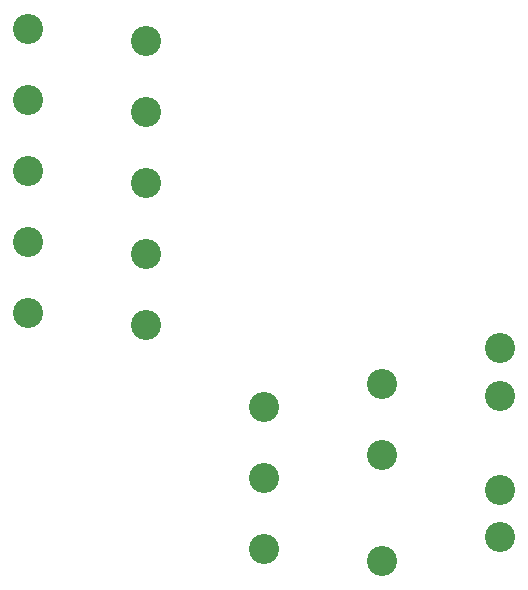
<source format=gbs>
G04 (created by PCBNEW (2013-mar-13)-testing) date Sun 30 Jun 2013 20:15:12 WST*
%MOIN*%
G04 Gerber Fmt 3.4, Leading zero omitted, Abs format*
%FSLAX34Y34*%
G01*
G70*
G90*
G04 APERTURE LIST*
%ADD10C,0.006000*%
%ADD11C,0.100394*%
G04 APERTURE END LIST*
G54D10*
G54D11*
X40157Y-40157D03*
X44094Y-40551D03*
X40157Y-44881D03*
X44094Y-45275D03*
X40157Y-49606D03*
X44094Y-50000D03*
X40157Y-42519D03*
X44094Y-42913D03*
X40157Y-47244D03*
X44094Y-47637D03*
X51968Y-57874D03*
X48031Y-52755D03*
X48031Y-55118D03*
X48031Y-57480D03*
X55905Y-57086D03*
X55905Y-55511D03*
X55905Y-50787D03*
X51968Y-54330D03*
X51968Y-51968D03*
X55905Y-52362D03*
M02*

</source>
